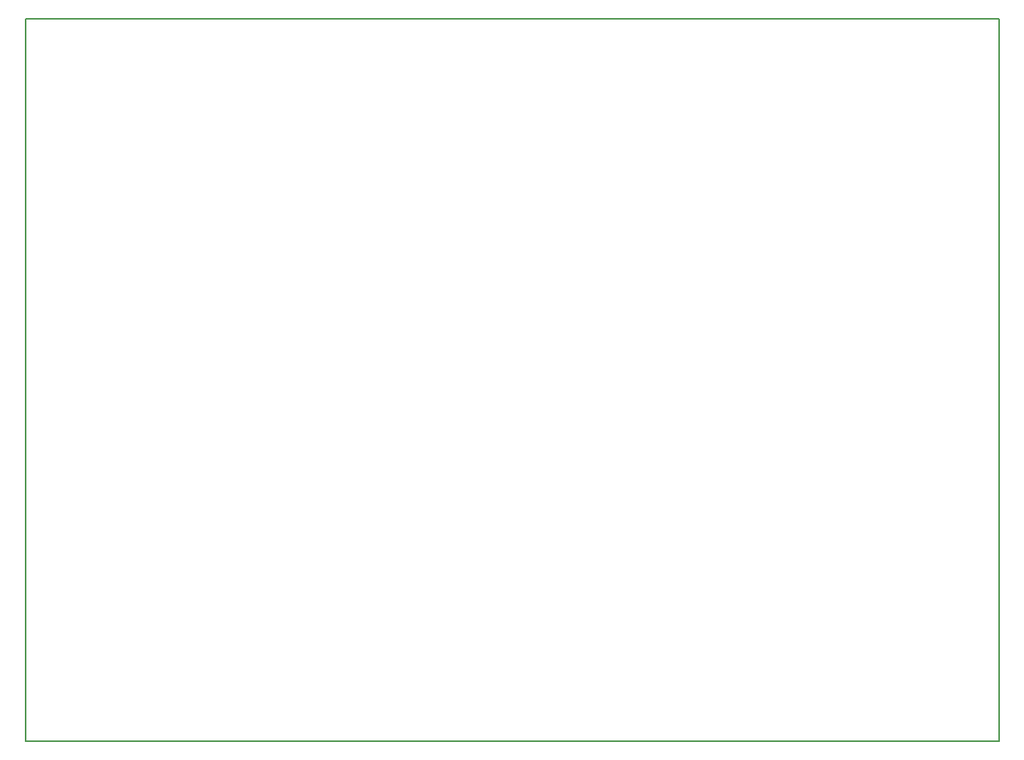
<source format=gm1>
G04 MADE WITH FRITZING*
G04 WWW.FRITZING.ORG*
G04 DOUBLE SIDED*
G04 HOLES PLATED*
G04 CONTOUR ON CENTER OF CONTOUR VECTOR*
%ASAXBY*%
%FSLAX23Y23*%
%MOIN*%
%OFA0B0*%
%SFA1.0B1.0*%
%ADD10R,4.311980X3.204090*%
%ADD11C,0.008000*%
%ADD10C,0.008*%
%LNCONTOUR*%
G90*
G70*
G54D10*
G54D11*
X4Y3200D02*
X4308Y3200D01*
X4308Y4D01*
X4Y4D01*
X4Y3200D01*
D02*
G04 End of contour*
M02*
</source>
